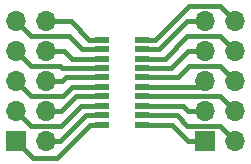
<source format=gbr>
%TF.GenerationSoftware,KiCad,Pcbnew,(5.99.0-2820-g96f4e8f6f)*%
%TF.CreationDate,2020-10-02T17:32:45+02:00*%
%TF.ProjectId,dbg_connect_cable,6462675f-636f-46e6-9e65-63745f636162,rev?*%
%TF.SameCoordinates,Original*%
%TF.FileFunction,Copper,L1,Top*%
%TF.FilePolarity,Positive*%
%FSLAX46Y46*%
G04 Gerber Fmt 4.6, Leading zero omitted, Abs format (unit mm)*
G04 Created by KiCad (PCBNEW (5.99.0-2820-g96f4e8f6f)) date 2020-10-02 17:32:45*
%MOMM*%
%LPD*%
G01*
G04 APERTURE LIST*
%TA.AperFunction,SMDPad,CuDef*%
%ADD10R,1.200000X0.500000*%
%TD*%
%TA.AperFunction,ComponentPad*%
%ADD11R,1.700000X1.700000*%
%TD*%
%TA.AperFunction,ComponentPad*%
%ADD12O,1.700000X1.700000*%
%TD*%
%TA.AperFunction,Conductor*%
%ADD13C,0.400000*%
%TD*%
G04 APERTURE END LIST*
D10*
%TO.P,J3,1,Pin_1*%
%TO.N,/A1*%
X143700000Y-92600000D03*
%TO.P,J3,2,Pin_2*%
%TO.N,/B1*%
X140300000Y-92600000D03*
%TO.P,J3,3,Pin_3*%
%TO.N,/A2*%
X143700000Y-91800000D03*
%TO.P,J3,4,Pin_4*%
%TO.N,/B2*%
X140300000Y-91800000D03*
%TO.P,J3,5,Pin_5*%
%TO.N,/A3*%
X143700000Y-91000000D03*
%TO.P,J3,6,Pin_6*%
%TO.N,/B3*%
X140300000Y-91000000D03*
%TO.P,J3,7,Pin_7*%
%TO.N,/A4*%
X143700000Y-90200000D03*
%TO.P,J3,8,Pin_8*%
%TO.N,/B4*%
X140300000Y-90200000D03*
%TO.P,J3,9,Pin_9*%
%TO.N,/A5*%
X143700000Y-89400000D03*
%TO.P,J3,10,Pin_10*%
%TO.N,/B5*%
X140300000Y-89400000D03*
%TO.P,J3,11,Pin_11*%
%TO.N,/A6*%
X143700000Y-88600000D03*
%TO.P,J3,12,Pin_12*%
%TO.N,/B6*%
X140300000Y-88600000D03*
%TO.P,J3,13,Pin_13*%
%TO.N,/A7*%
X143700000Y-87800000D03*
%TO.P,J3,14,Pin_14*%
%TO.N,/B7*%
X140300000Y-87800000D03*
%TO.P,J3,15,Pin_15*%
%TO.N,/A8*%
X143700000Y-87000000D03*
%TO.P,J3,16,Pin_16*%
%TO.N,/B8*%
X140300000Y-87000000D03*
%TO.P,J3,17,Pin_17*%
%TO.N,/A9*%
X143700000Y-86200000D03*
%TO.P,J3,18,Pin_18*%
%TO.N,/B9*%
X140300000Y-86200000D03*
%TO.P,J3,19,Pin_19*%
%TO.N,/A10*%
X143700000Y-85400000D03*
%TO.P,J3,20,Pin_20*%
%TO.N,/B10*%
X140300000Y-85400000D03*
%TD*%
D11*
%TO.P,J2,1,Pin_1*%
%TO.N,/A1*%
X149000000Y-94000000D03*
D12*
%TO.P,J2,2,Pin_2*%
%TO.N,/A2*%
X151540000Y-94000000D03*
%TO.P,J2,3,Pin_3*%
%TO.N,/A3*%
X149000000Y-91460000D03*
%TO.P,J2,4,Pin_4*%
%TO.N,/A4*%
X151540000Y-91460000D03*
%TO.P,J2,5,Pin_5*%
%TO.N,/A5*%
X149000000Y-88920000D03*
%TO.P,J2,6,Pin_6*%
%TO.N,/A6*%
X151540000Y-88920000D03*
%TO.P,J2,7,Pin_7*%
%TO.N,/A7*%
X149000000Y-86380000D03*
%TO.P,J2,8,Pin_8*%
%TO.N,/A8*%
X151540000Y-86380000D03*
%TO.P,J2,9,Pin_9*%
%TO.N,/A9*%
X149000000Y-83840000D03*
%TO.P,J2,10,Pin_10*%
%TO.N,/A10*%
X151540000Y-83840000D03*
%TD*%
D11*
%TO.P,J1,1,Pin_1*%
%TO.N,/B1*%
X133000000Y-94000000D03*
D12*
%TO.P,J1,2,Pin_2*%
%TO.N,/B2*%
X135540000Y-94000000D03*
%TO.P,J1,3,Pin_3*%
%TO.N,/B3*%
X133000000Y-91460000D03*
%TO.P,J1,4,Pin_4*%
%TO.N,/B4*%
X135540000Y-91460000D03*
%TO.P,J1,5,Pin_5*%
%TO.N,/B5*%
X133000000Y-88920000D03*
%TO.P,J1,6,Pin_6*%
%TO.N,/B6*%
X135540000Y-88920000D03*
%TO.P,J1,7,Pin_7*%
%TO.N,/B7*%
X133000000Y-86380000D03*
%TO.P,J1,8,Pin_8*%
%TO.N,/B8*%
X135540000Y-86380000D03*
%TO.P,J1,9,Pin_9*%
%TO.N,/B9*%
X133000000Y-83840000D03*
%TO.P,J1,10,Pin_10*%
%TO.N,/B10*%
X135540000Y-83840000D03*
%TD*%
D13*
%TO.N,/B10*%
X139200000Y-85400000D02*
X140300000Y-85400000D01*
X137640000Y-83840000D02*
X139200000Y-85400000D01*
X135540000Y-83840000D02*
X137640000Y-83840000D01*
%TO.N,/B9*%
X140300000Y-86200000D02*
X138555001Y-86200000D01*
X134289999Y-85129999D02*
X133000000Y-83840000D01*
X138555001Y-86200000D02*
X137485000Y-85129999D01*
X137485000Y-85129999D02*
X134289999Y-85129999D01*
%TO.N,/B8*%
X137700000Y-87000000D02*
X140300000Y-87000000D01*
X137080000Y-86380000D02*
X137700000Y-87000000D01*
X135540000Y-86380000D02*
X137080000Y-86380000D01*
%TO.N,/B7*%
X136730001Y-87630001D02*
X134250001Y-87630001D01*
X134250001Y-87630001D02*
X133000000Y-86380000D01*
X136900000Y-87800000D02*
X136730001Y-87630001D01*
X140300000Y-87800000D02*
X136900000Y-87800000D01*
%TO.N,/B6*%
X137200000Y-88600000D02*
X140300000Y-88600000D01*
X135540000Y-88920000D02*
X136880000Y-88920000D01*
X136880000Y-88920000D02*
X137200000Y-88600000D01*
%TO.N,/B5*%
X134250001Y-90170001D02*
X133000000Y-88920000D01*
X140300000Y-89400000D02*
X137755001Y-89400000D01*
X137755001Y-89400000D02*
X136985000Y-90170001D01*
X136985000Y-90170001D02*
X134250001Y-90170001D01*
%TO.N,/B4*%
X138100000Y-90200000D02*
X140300000Y-90200000D01*
X135540000Y-91460000D02*
X136840000Y-91460000D01*
X136840000Y-91460000D02*
X138100000Y-90200000D01*
%TO.N,/B3*%
X136789999Y-92710001D02*
X134250001Y-92710001D01*
X138500000Y-91000000D02*
X136789999Y-92710001D01*
X140300000Y-91000000D02*
X138500000Y-91000000D01*
X134250001Y-92710001D02*
X133000000Y-91460000D01*
%TO.N,/B2*%
X138900000Y-91800000D02*
X140300000Y-91800000D01*
X135540000Y-94000000D02*
X136700000Y-94000000D01*
X136700000Y-94000000D02*
X138900000Y-91800000D01*
%TO.N,/B1*%
X134400000Y-95400000D02*
X133000000Y-94000000D01*
X136500000Y-95400000D02*
X134400000Y-95400000D01*
X140300000Y-92600000D02*
X139300000Y-92600000D01*
X139300000Y-92600000D02*
X136500000Y-95400000D01*
%TO.N,/A10*%
X151540000Y-83840000D02*
X150289999Y-82589999D01*
X150289999Y-82589999D02*
X147610001Y-82589999D01*
X144800000Y-85400000D02*
X143700000Y-85400000D01*
X147610001Y-82589999D02*
X144800000Y-85400000D01*
%TO.N,/A9*%
X149000000Y-83840000D02*
X147460000Y-83840000D01*
X147460000Y-83840000D02*
X145100000Y-86200000D01*
X145100000Y-86200000D02*
X143700000Y-86200000D01*
%TO.N,/A8*%
X145600000Y-87000000D02*
X143700000Y-87000000D01*
X147509999Y-85090001D02*
X145600000Y-87000000D01*
X150250001Y-85090001D02*
X147509999Y-85090001D01*
X151540000Y-86380000D02*
X150250001Y-85090001D01*
%TO.N,/A7*%
X143700000Y-87800000D02*
X146125729Y-87800000D01*
X147545729Y-86380000D02*
X149000000Y-86380000D01*
X146125729Y-87800000D02*
X147545729Y-86380000D01*
%TO.N,/A6*%
X146700000Y-88600000D02*
X143700000Y-88600000D01*
X147669999Y-87630001D02*
X146700000Y-88600000D01*
X150250001Y-87630001D02*
X147669999Y-87630001D01*
X151540000Y-88920000D02*
X150250001Y-87630001D01*
%TO.N,/A5*%
X143700000Y-89400000D02*
X148520000Y-89400000D01*
X148520000Y-89400000D02*
X149000000Y-88920000D01*
%TO.N,/A4*%
X143700000Y-90200000D02*
X150280000Y-90200000D01*
X150280000Y-90200000D02*
X151540000Y-91460000D01*
%TO.N,/A3*%
X147100000Y-91000000D02*
X147560000Y-91460000D01*
X147560000Y-91460000D02*
X149000000Y-91460000D01*
X143700000Y-91000000D02*
X147100000Y-91000000D01*
%TO.N,/A2*%
X143700000Y-91800000D02*
X146600000Y-91800000D01*
X147510001Y-92710001D02*
X150250001Y-92710001D01*
X146600000Y-91800000D02*
X147510001Y-92710001D01*
X150250001Y-92710001D02*
X151540000Y-94000000D01*
%TO.N,/A1*%
X147600000Y-94000000D02*
X149000000Y-94000000D01*
X146200000Y-92600000D02*
X147600000Y-94000000D01*
X143700000Y-92600000D02*
X146200000Y-92600000D01*
%TD*%
M02*

</source>
